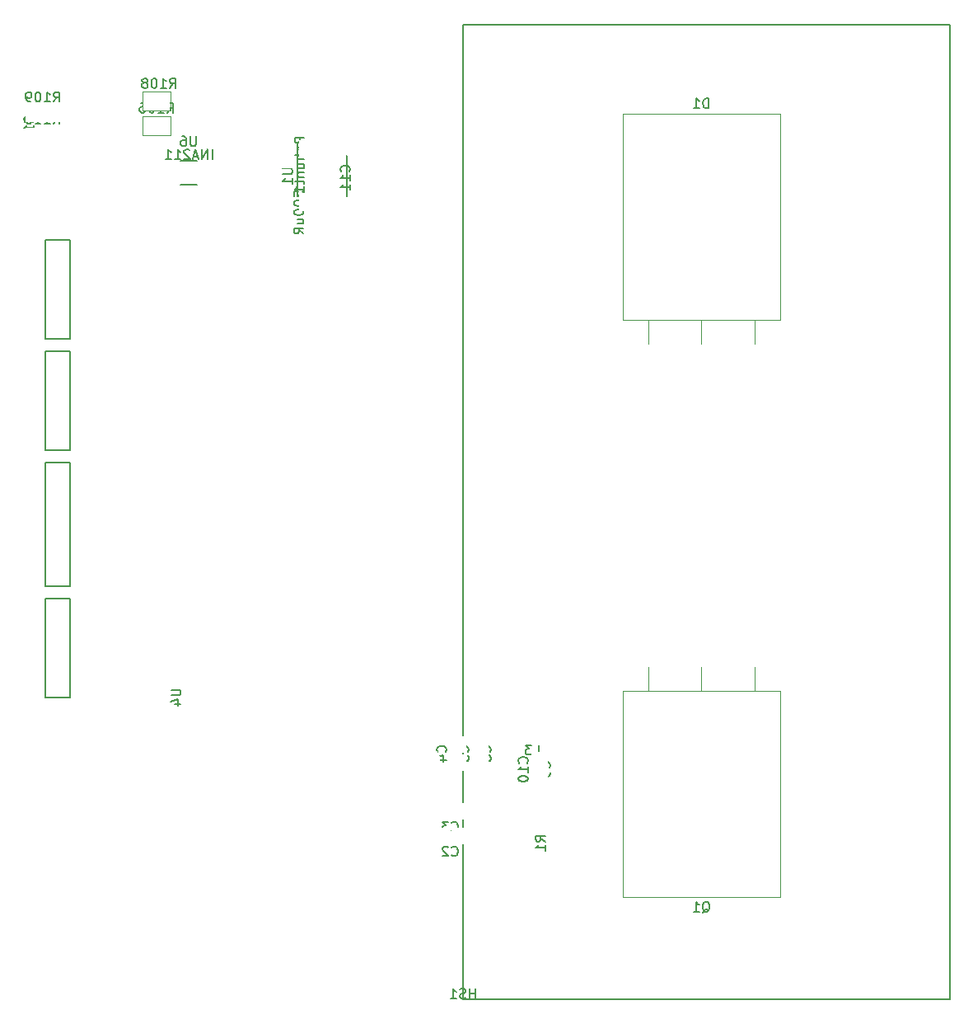
<source format=gbr>
G04 #@! TF.GenerationSoftware,KiCad,Pcbnew,(5.0.0-rc2-dev-586-g888c43477)*
G04 #@! TF.CreationDate,2018-06-03T12:19:04-03:00*
G04 #@! TF.ProjectId,Mcc18,4D636331382E6B696361645F70636200,rev?*
G04 #@! TF.SameCoordinates,Original*
G04 #@! TF.FileFunction,Legend,Bot*
G04 #@! TF.FilePolarity,Positive*
%FSLAX46Y46*%
G04 Gerber Fmt 4.6, Leading zero omitted, Abs format (unit mm)*
G04 Created by KiCad (PCBNEW (5.0.0-rc2-dev-586-g888c43477)) date 06/03/18 12:19:04*
%MOMM*%
%LPD*%
G01*
G04 APERTURE LIST*
%ADD10C,0.150000*%
%ADD11C,0.120000*%
%ADD12C,0.152400*%
%ADD13C,1.924000*%
%ADD14C,4.800000*%
%ADD15R,1.400000X1.900000*%
%ADD16R,1.695000X1.800000*%
%ADD17R,1.800000X1.695000*%
%ADD18R,7.040000X3.332000*%
%ADD19R,1.568400X0.742900*%
%ADD20R,1.000000X1.950000*%
%ADD21O,4.000000X4.000000*%
%ADD22R,2.900000X4.900000*%
%ADD23O,2.900000X4.900000*%
%ADD24C,2.200000*%
%ADD25R,2.200000X2.200000*%
%ADD26C,5.400000*%
%ADD27O,2.400000X1.600000*%
%ADD28O,2.400000X2.305000*%
%ADD29R,2.400000X2.305000*%
%ADD30C,2.600000*%
%ADD31C,2.800000*%
%ADD32C,10.400000*%
%ADD33C,3.400000*%
G04 APERTURE END LIST*
D10*
X106680000Y-98806000D02*
X104140000Y-98806000D01*
X104140000Y-98806000D02*
X104140000Y-86106000D01*
X104140000Y-86106000D02*
X106426000Y-86106000D01*
X106426000Y-86106000D02*
X106680000Y-86106000D01*
X106680000Y-86106000D02*
X106680000Y-98806000D01*
X106680000Y-100076000D02*
X104140000Y-100076000D01*
X104140000Y-100076000D02*
X104140000Y-110236000D01*
X104140000Y-110236000D02*
X106680000Y-110236000D01*
X106680000Y-110236000D02*
X106680000Y-100076000D01*
X106680000Y-84582000D02*
X106680000Y-84836000D01*
X106680000Y-84836000D02*
X104140000Y-84836000D01*
X104140000Y-84836000D02*
X104140000Y-74676000D01*
X104140000Y-74676000D02*
X106680000Y-74676000D01*
X106680000Y-74676000D02*
X106680000Y-84836000D01*
X106680000Y-73406000D02*
X104140000Y-73406000D01*
X104140000Y-73406000D02*
X104140000Y-63246000D01*
X104140000Y-63246000D02*
X106680000Y-63246000D01*
X106680000Y-63246000D02*
X106680000Y-73406000D01*
D11*
X116970000Y-52562000D02*
X116970000Y-50562000D01*
X114170000Y-52562000D02*
X116970000Y-52562000D01*
X114170000Y-50562000D02*
X114170000Y-52562000D01*
X116970000Y-50562000D02*
X114170000Y-50562000D01*
X114170000Y-50022000D02*
X116970000Y-50022000D01*
X116970000Y-50022000D02*
X116970000Y-48022000D01*
X116970000Y-48022000D02*
X114170000Y-48022000D01*
X114170000Y-48022000D02*
X114170000Y-50022000D01*
D12*
X126060200Y-57855900D02*
G75*
G03X126060200Y-57855900I-76200J0D01*
G01*
X118033800Y-55181500D02*
X119710200Y-55181500D01*
X119710200Y-57594500D02*
X118033800Y-57594500D01*
D10*
X130013000Y-54633040D02*
X130063000Y-54633040D01*
X130013000Y-58783040D02*
X130158000Y-58783040D01*
X135163000Y-58783040D02*
X135018000Y-58783040D01*
X135163000Y-54633040D02*
X135018000Y-54633040D01*
X130013000Y-54633040D02*
X130013000Y-58783040D01*
X135163000Y-54633040D02*
X135163000Y-58783040D01*
X130063000Y-54633040D02*
X130063000Y-53233040D01*
X147066000Y-41224000D02*
X197066000Y-41224000D01*
X197066000Y-141224000D02*
X197066000Y-41224000D01*
X147066000Y-141224000D02*
X197066000Y-141224000D01*
X147066000Y-141224000D02*
X147066000Y-41224000D01*
D11*
X179636000Y-109608000D02*
X163496000Y-109608000D01*
X179636000Y-130798000D02*
X163496000Y-130798000D01*
X179636000Y-109608000D02*
X179636000Y-130798000D01*
X163496000Y-109608000D02*
X163496000Y-130798000D01*
X177016000Y-107048000D02*
X177016000Y-109608000D01*
X171566000Y-107048000D02*
X171566000Y-109608000D01*
X166116000Y-107048000D02*
X166116000Y-109608000D01*
X177016000Y-74054000D02*
X177016000Y-71494000D01*
X171566000Y-74054000D02*
X171566000Y-71494000D01*
X166116000Y-74054000D02*
X166116000Y-71494000D01*
X179636000Y-71494000D02*
X179636000Y-50304000D01*
X163496000Y-71494000D02*
X163496000Y-50304000D01*
X163496000Y-50304000D02*
X179636000Y-50304000D01*
X163496000Y-71494000D02*
X179636000Y-71494000D01*
D10*
X117062380Y-109474095D02*
X117871904Y-109474095D01*
X117967142Y-109521714D01*
X118014761Y-109569333D01*
X118062380Y-109664571D01*
X118062380Y-109855047D01*
X118014761Y-109950285D01*
X117967142Y-109997904D01*
X117871904Y-110045523D01*
X117062380Y-110045523D01*
X117395714Y-110950285D02*
X118062380Y-110950285D01*
X117014761Y-110712190D02*
X117729047Y-110474095D01*
X117729047Y-111093142D01*
X116689047Y-50214380D02*
X117022380Y-49738190D01*
X117260476Y-50214380D02*
X117260476Y-49214380D01*
X116879523Y-49214380D01*
X116784285Y-49262000D01*
X116736666Y-49309619D01*
X116689047Y-49404857D01*
X116689047Y-49547714D01*
X116736666Y-49642952D01*
X116784285Y-49690571D01*
X116879523Y-49738190D01*
X117260476Y-49738190D01*
X115736666Y-50214380D02*
X116308095Y-50214380D01*
X116022380Y-50214380D02*
X116022380Y-49214380D01*
X116117619Y-49357238D01*
X116212857Y-49452476D01*
X116308095Y-49500095D01*
X115117619Y-49214380D02*
X115022380Y-49214380D01*
X114927142Y-49262000D01*
X114879523Y-49309619D01*
X114831904Y-49404857D01*
X114784285Y-49595333D01*
X114784285Y-49833428D01*
X114831904Y-50023904D01*
X114879523Y-50119142D01*
X114927142Y-50166761D01*
X115022380Y-50214380D01*
X115117619Y-50214380D01*
X115212857Y-50166761D01*
X115260476Y-50119142D01*
X115308095Y-50023904D01*
X115355714Y-49833428D01*
X115355714Y-49595333D01*
X115308095Y-49404857D01*
X115260476Y-49309619D01*
X115212857Y-49262000D01*
X115117619Y-49214380D01*
X113927142Y-49214380D02*
X114117619Y-49214380D01*
X114212857Y-49262000D01*
X114260476Y-49309619D01*
X114355714Y-49452476D01*
X114403333Y-49642952D01*
X114403333Y-50023904D01*
X114355714Y-50119142D01*
X114308095Y-50166761D01*
X114212857Y-50214380D01*
X114022380Y-50214380D01*
X113927142Y-50166761D01*
X113879523Y-50119142D01*
X113831904Y-50023904D01*
X113831904Y-49785809D01*
X113879523Y-49690571D01*
X113927142Y-49642952D01*
X114022380Y-49595333D01*
X114212857Y-49595333D01*
X114308095Y-49642952D01*
X114355714Y-49690571D01*
X114403333Y-49785809D01*
X116943047Y-47696380D02*
X117276380Y-47220190D01*
X117514476Y-47696380D02*
X117514476Y-46696380D01*
X117133523Y-46696380D01*
X117038285Y-46744000D01*
X116990666Y-46791619D01*
X116943047Y-46886857D01*
X116943047Y-47029714D01*
X116990666Y-47124952D01*
X117038285Y-47172571D01*
X117133523Y-47220190D01*
X117514476Y-47220190D01*
X115990666Y-47696380D02*
X116562095Y-47696380D01*
X116276380Y-47696380D02*
X116276380Y-46696380D01*
X116371619Y-46839238D01*
X116466857Y-46934476D01*
X116562095Y-46982095D01*
X115371619Y-46696380D02*
X115276380Y-46696380D01*
X115181142Y-46744000D01*
X115133523Y-46791619D01*
X115085904Y-46886857D01*
X115038285Y-47077333D01*
X115038285Y-47315428D01*
X115085904Y-47505904D01*
X115133523Y-47601142D01*
X115181142Y-47648761D01*
X115276380Y-47696380D01*
X115371619Y-47696380D01*
X115466857Y-47648761D01*
X115514476Y-47601142D01*
X115562095Y-47505904D01*
X115609714Y-47315428D01*
X115609714Y-47077333D01*
X115562095Y-46886857D01*
X115514476Y-46791619D01*
X115466857Y-46744000D01*
X115371619Y-46696380D01*
X114466857Y-47124952D02*
X114562095Y-47077333D01*
X114609714Y-47029714D01*
X114657333Y-46934476D01*
X114657333Y-46886857D01*
X114609714Y-46791619D01*
X114562095Y-46744000D01*
X114466857Y-46696380D01*
X114276380Y-46696380D01*
X114181142Y-46744000D01*
X114133523Y-46791619D01*
X114085904Y-46886857D01*
X114085904Y-46934476D01*
X114133523Y-47029714D01*
X114181142Y-47077333D01*
X114276380Y-47124952D01*
X114466857Y-47124952D01*
X114562095Y-47172571D01*
X114609714Y-47220190D01*
X114657333Y-47315428D01*
X114657333Y-47505904D01*
X114609714Y-47601142D01*
X114562095Y-47648761D01*
X114466857Y-47696380D01*
X114276380Y-47696380D01*
X114181142Y-47648761D01*
X114133523Y-47601142D01*
X114085904Y-47505904D01*
X114085904Y-47315428D01*
X114133523Y-47220190D01*
X114181142Y-47172571D01*
X114276380Y-47124952D01*
X105005047Y-51380380D02*
X105338380Y-50904190D01*
X105576476Y-51380380D02*
X105576476Y-50380380D01*
X105195523Y-50380380D01*
X105100285Y-50428000D01*
X105052666Y-50475619D01*
X105005047Y-50570857D01*
X105005047Y-50713714D01*
X105052666Y-50808952D01*
X105100285Y-50856571D01*
X105195523Y-50904190D01*
X105576476Y-50904190D01*
X104052666Y-51380380D02*
X104624095Y-51380380D01*
X104338380Y-51380380D02*
X104338380Y-50380380D01*
X104433619Y-50523238D01*
X104528857Y-50618476D01*
X104624095Y-50666095D01*
X103100285Y-51380380D02*
X103671714Y-51380380D01*
X103386000Y-51380380D02*
X103386000Y-50380380D01*
X103481238Y-50523238D01*
X103576476Y-50618476D01*
X103671714Y-50666095D01*
X102481238Y-50380380D02*
X102386000Y-50380380D01*
X102290761Y-50428000D01*
X102243142Y-50475619D01*
X102195523Y-50570857D01*
X102147904Y-50761333D01*
X102147904Y-50999428D01*
X102195523Y-51189904D01*
X102243142Y-51285142D01*
X102290761Y-51332761D01*
X102386000Y-51380380D01*
X102481238Y-51380380D01*
X102576476Y-51332761D01*
X102624095Y-51285142D01*
X102671714Y-51189904D01*
X102719333Y-50999428D01*
X102719333Y-50761333D01*
X102671714Y-50570857D01*
X102624095Y-50475619D01*
X102576476Y-50428000D01*
X102481238Y-50380380D01*
X105005047Y-49094380D02*
X105338380Y-48618190D01*
X105576476Y-49094380D02*
X105576476Y-48094380D01*
X105195523Y-48094380D01*
X105100285Y-48142000D01*
X105052666Y-48189619D01*
X105005047Y-48284857D01*
X105005047Y-48427714D01*
X105052666Y-48522952D01*
X105100285Y-48570571D01*
X105195523Y-48618190D01*
X105576476Y-48618190D01*
X104052666Y-49094380D02*
X104624095Y-49094380D01*
X104338380Y-49094380D02*
X104338380Y-48094380D01*
X104433619Y-48237238D01*
X104528857Y-48332476D01*
X104624095Y-48380095D01*
X103433619Y-48094380D02*
X103338380Y-48094380D01*
X103243142Y-48142000D01*
X103195523Y-48189619D01*
X103147904Y-48284857D01*
X103100285Y-48475333D01*
X103100285Y-48713428D01*
X103147904Y-48903904D01*
X103195523Y-48999142D01*
X103243142Y-49046761D01*
X103338380Y-49094380D01*
X103433619Y-49094380D01*
X103528857Y-49046761D01*
X103576476Y-48999142D01*
X103624095Y-48903904D01*
X103671714Y-48713428D01*
X103671714Y-48475333D01*
X103624095Y-48284857D01*
X103576476Y-48189619D01*
X103528857Y-48142000D01*
X103433619Y-48094380D01*
X102624095Y-49094380D02*
X102433619Y-49094380D01*
X102338380Y-49046761D01*
X102290761Y-48999142D01*
X102195523Y-48856285D01*
X102147904Y-48665809D01*
X102147904Y-48284857D01*
X102195523Y-48189619D01*
X102243142Y-48142000D01*
X102338380Y-48094380D01*
X102528857Y-48094380D01*
X102624095Y-48142000D01*
X102671714Y-48189619D01*
X102719333Y-48284857D01*
X102719333Y-48522952D01*
X102671714Y-48618190D01*
X102624095Y-48665809D01*
X102528857Y-48713428D01*
X102338380Y-48713428D01*
X102243142Y-48665809D01*
X102195523Y-48618190D01*
X102147904Y-48522952D01*
X135359142Y-56253142D02*
X135406761Y-56205523D01*
X135454380Y-56062666D01*
X135454380Y-55967428D01*
X135406761Y-55824571D01*
X135311523Y-55729333D01*
X135216285Y-55681714D01*
X135025809Y-55634095D01*
X134882952Y-55634095D01*
X134692476Y-55681714D01*
X134597238Y-55729333D01*
X134502000Y-55824571D01*
X134454380Y-55967428D01*
X134454380Y-56062666D01*
X134502000Y-56205523D01*
X134549619Y-56253142D01*
X135454380Y-57205523D02*
X135454380Y-56634095D01*
X135454380Y-56919809D02*
X134454380Y-56919809D01*
X134597238Y-56824571D01*
X134692476Y-56729333D01*
X134740095Y-56634095D01*
X135454380Y-58157904D02*
X135454380Y-57586476D01*
X135454380Y-57872190D02*
X134454380Y-57872190D01*
X134597238Y-57776952D01*
X134692476Y-57681714D01*
X134740095Y-57586476D01*
X102845142Y-51141333D02*
X102892761Y-51093714D01*
X102940380Y-50950857D01*
X102940380Y-50855619D01*
X102892761Y-50712761D01*
X102797523Y-50617523D01*
X102702285Y-50569904D01*
X102511809Y-50522285D01*
X102368952Y-50522285D01*
X102178476Y-50569904D01*
X102083238Y-50617523D01*
X101988000Y-50712761D01*
X101940380Y-50855619D01*
X101940380Y-50950857D01*
X101988000Y-51093714D01*
X102035619Y-51141333D01*
X102940380Y-52093714D02*
X102940380Y-51522285D01*
X102940380Y-51808000D02*
X101940380Y-51808000D01*
X102083238Y-51712761D01*
X102178476Y-51617523D01*
X102226095Y-51522285D01*
X130754380Y-53335514D02*
X130278190Y-53002180D01*
X130754380Y-52764085D02*
X129754380Y-52764085D01*
X129754380Y-53145038D01*
X129802000Y-53240276D01*
X129849619Y-53287895D01*
X129944857Y-53335514D01*
X130087714Y-53335514D01*
X130182952Y-53287895D01*
X130230571Y-53240276D01*
X130278190Y-53145038D01*
X130278190Y-52764085D01*
X130706761Y-53716466D02*
X130754380Y-53811704D01*
X130754380Y-54002180D01*
X130706761Y-54097419D01*
X130611523Y-54145038D01*
X130563904Y-54145038D01*
X130468666Y-54097419D01*
X130421047Y-54002180D01*
X130421047Y-53859323D01*
X130373428Y-53764085D01*
X130278190Y-53716466D01*
X130230571Y-53716466D01*
X130135333Y-53764085D01*
X130087714Y-53859323D01*
X130087714Y-54002180D01*
X130135333Y-54097419D01*
X130754380Y-54573609D02*
X129754380Y-54573609D01*
X130754380Y-55002180D02*
X130230571Y-55002180D01*
X130135333Y-54954561D01*
X130087714Y-54859323D01*
X130087714Y-54716466D01*
X130135333Y-54621228D01*
X130182952Y-54573609D01*
X130087714Y-55906942D02*
X130754380Y-55906942D01*
X130087714Y-55478371D02*
X130611523Y-55478371D01*
X130706761Y-55525990D01*
X130754380Y-55621228D01*
X130754380Y-55764085D01*
X130706761Y-55859323D01*
X130659142Y-55906942D01*
X130087714Y-56383133D02*
X130754380Y-56383133D01*
X130182952Y-56383133D02*
X130135333Y-56430752D01*
X130087714Y-56525990D01*
X130087714Y-56668847D01*
X130135333Y-56764085D01*
X130230571Y-56811704D01*
X130754380Y-56811704D01*
X130087714Y-57145038D02*
X130087714Y-57525990D01*
X129754380Y-57287895D02*
X130611523Y-57287895D01*
X130706761Y-57335514D01*
X130754380Y-57430752D01*
X130754380Y-57525990D01*
X130754380Y-58383133D02*
X130754380Y-57811704D01*
X130754380Y-58097419D02*
X129754380Y-58097419D01*
X129897238Y-58002180D01*
X129992476Y-57906942D01*
X130040095Y-57811704D01*
X129678180Y-58785333D02*
X129678180Y-58309142D01*
X130154371Y-58261523D01*
X130106752Y-58309142D01*
X130059133Y-58404380D01*
X130059133Y-58642476D01*
X130106752Y-58737714D01*
X130154371Y-58785333D01*
X130249609Y-58832952D01*
X130487704Y-58832952D01*
X130582942Y-58785333D01*
X130630561Y-58737714D01*
X130678180Y-58642476D01*
X130678180Y-58404380D01*
X130630561Y-58309142D01*
X130582942Y-58261523D01*
X129678180Y-59452000D02*
X129678180Y-59547238D01*
X129725800Y-59642476D01*
X129773419Y-59690095D01*
X129868657Y-59737714D01*
X130059133Y-59785333D01*
X130297228Y-59785333D01*
X130487704Y-59737714D01*
X130582942Y-59690095D01*
X130630561Y-59642476D01*
X130678180Y-59547238D01*
X130678180Y-59452000D01*
X130630561Y-59356761D01*
X130582942Y-59309142D01*
X130487704Y-59261523D01*
X130297228Y-59213904D01*
X130059133Y-59213904D01*
X129868657Y-59261523D01*
X129773419Y-59309142D01*
X129725800Y-59356761D01*
X129678180Y-59452000D01*
X129678180Y-60404380D02*
X129678180Y-60499619D01*
X129725800Y-60594857D01*
X129773419Y-60642476D01*
X129868657Y-60690095D01*
X130059133Y-60737714D01*
X130297228Y-60737714D01*
X130487704Y-60690095D01*
X130582942Y-60642476D01*
X130630561Y-60594857D01*
X130678180Y-60499619D01*
X130678180Y-60404380D01*
X130630561Y-60309142D01*
X130582942Y-60261523D01*
X130487704Y-60213904D01*
X130297228Y-60166285D01*
X130059133Y-60166285D01*
X129868657Y-60213904D01*
X129773419Y-60261523D01*
X129725800Y-60309142D01*
X129678180Y-60404380D01*
X130011514Y-61594857D02*
X130678180Y-61594857D01*
X130011514Y-61166285D02*
X130535323Y-61166285D01*
X130630561Y-61213904D01*
X130678180Y-61309142D01*
X130678180Y-61452000D01*
X130630561Y-61547238D01*
X130582942Y-61594857D01*
X130678180Y-62642476D02*
X130201990Y-62309142D01*
X130678180Y-62071047D02*
X129678180Y-62071047D01*
X129678180Y-62452000D01*
X129725800Y-62547238D01*
X129773419Y-62594857D01*
X129868657Y-62642476D01*
X130011514Y-62642476D01*
X130106752Y-62594857D01*
X130154371Y-62547238D01*
X130201990Y-62452000D01*
X130201990Y-62071047D01*
X119633904Y-52639980D02*
X119633904Y-53449504D01*
X119586285Y-53544742D01*
X119538666Y-53592361D01*
X119443428Y-53639980D01*
X119252952Y-53639980D01*
X119157714Y-53592361D01*
X119110095Y-53544742D01*
X119062476Y-53449504D01*
X119062476Y-52639980D01*
X118157714Y-52639980D02*
X118348190Y-52639980D01*
X118443428Y-52687600D01*
X118491047Y-52735219D01*
X118586285Y-52878076D01*
X118633904Y-53068552D01*
X118633904Y-53449504D01*
X118586285Y-53544742D01*
X118538666Y-53592361D01*
X118443428Y-53639980D01*
X118252952Y-53639980D01*
X118157714Y-53592361D01*
X118110095Y-53544742D01*
X118062476Y-53449504D01*
X118062476Y-53211409D01*
X118110095Y-53116171D01*
X118157714Y-53068552D01*
X118252952Y-53020933D01*
X118443428Y-53020933D01*
X118538666Y-53068552D01*
X118586285Y-53116171D01*
X118633904Y-53211409D01*
X121303752Y-54986180D02*
X121303752Y-53986180D01*
X120827561Y-54986180D02*
X120827561Y-53986180D01*
X120256133Y-54986180D01*
X120256133Y-53986180D01*
X119827561Y-54700466D02*
X119351371Y-54700466D01*
X119922800Y-54986180D02*
X119589466Y-53986180D01*
X119256133Y-54986180D01*
X118970419Y-54081419D02*
X118922800Y-54033800D01*
X118827561Y-53986180D01*
X118589466Y-53986180D01*
X118494228Y-54033800D01*
X118446609Y-54081419D01*
X118398990Y-54176657D01*
X118398990Y-54271895D01*
X118446609Y-54414752D01*
X119018038Y-54986180D01*
X118398990Y-54986180D01*
X117446609Y-54986180D02*
X118018038Y-54986180D01*
X117732323Y-54986180D02*
X117732323Y-53986180D01*
X117827561Y-54129038D01*
X117922800Y-54224276D01*
X118018038Y-54271895D01*
X116494228Y-54986180D02*
X117065657Y-54986180D01*
X116779942Y-54986180D02*
X116779942Y-53986180D01*
X116875180Y-54129038D01*
X116970419Y-54224276D01*
X117065657Y-54271895D01*
X128540380Y-55946135D02*
X129349904Y-55946135D01*
X129445142Y-55993754D01*
X129492761Y-56041373D01*
X129540380Y-56136611D01*
X129540380Y-56327087D01*
X129492761Y-56422325D01*
X129445142Y-56469944D01*
X129349904Y-56517563D01*
X128540380Y-56517563D01*
X129540380Y-57517563D02*
X129540380Y-56946135D01*
X129540380Y-57231849D02*
X128540380Y-57231849D01*
X128683238Y-57136611D01*
X128778476Y-57041373D01*
X128826095Y-56946135D01*
X148304095Y-141176380D02*
X148304095Y-140176380D01*
X148304095Y-140652571D02*
X147732666Y-140652571D01*
X147732666Y-141176380D02*
X147732666Y-140176380D01*
X147304095Y-141128761D02*
X147161238Y-141176380D01*
X146923142Y-141176380D01*
X146827904Y-141128761D01*
X146780285Y-141081142D01*
X146732666Y-140985904D01*
X146732666Y-140890666D01*
X146780285Y-140795428D01*
X146827904Y-140747809D01*
X146923142Y-140700190D01*
X147113619Y-140652571D01*
X147208857Y-140604952D01*
X147256476Y-140557333D01*
X147304095Y-140462095D01*
X147304095Y-140366857D01*
X147256476Y-140271619D01*
X147208857Y-140224000D01*
X147113619Y-140176380D01*
X146875523Y-140176380D01*
X146732666Y-140224000D01*
X145780285Y-141176380D02*
X146351714Y-141176380D01*
X146066000Y-141176380D02*
X146066000Y-140176380D01*
X146161238Y-140319238D01*
X146256476Y-140414476D01*
X146351714Y-140462095D01*
X171661238Y-132345619D02*
X171756476Y-132298000D01*
X171851714Y-132202761D01*
X171994571Y-132059904D01*
X172089809Y-132012285D01*
X172185047Y-132012285D01*
X172137428Y-132250380D02*
X172232666Y-132202761D01*
X172327904Y-132107523D01*
X172375523Y-131917047D01*
X172375523Y-131583714D01*
X172327904Y-131393238D01*
X172232666Y-131298000D01*
X172137428Y-131250380D01*
X171946952Y-131250380D01*
X171851714Y-131298000D01*
X171756476Y-131393238D01*
X171708857Y-131583714D01*
X171708857Y-131917047D01*
X171756476Y-132107523D01*
X171851714Y-132202761D01*
X171946952Y-132250380D01*
X172137428Y-132250380D01*
X170756476Y-132250380D02*
X171327904Y-132250380D01*
X171042190Y-132250380D02*
X171042190Y-131250380D01*
X171137428Y-131393238D01*
X171232666Y-131488476D01*
X171327904Y-131536095D01*
X172304095Y-49756380D02*
X172304095Y-48756380D01*
X172066000Y-48756380D01*
X171923142Y-48804000D01*
X171827904Y-48899238D01*
X171780285Y-48994476D01*
X171732666Y-49184952D01*
X171732666Y-49327809D01*
X171780285Y-49518285D01*
X171827904Y-49613523D01*
X171923142Y-49708761D01*
X172066000Y-49756380D01*
X172304095Y-49756380D01*
X170780285Y-49756380D02*
X171351714Y-49756380D01*
X171066000Y-49756380D02*
X171066000Y-48756380D01*
X171161238Y-48899238D01*
X171256476Y-48994476D01*
X171351714Y-49042095D01*
X145265142Y-115862833D02*
X145312761Y-115815214D01*
X145360380Y-115672357D01*
X145360380Y-115577119D01*
X145312761Y-115434261D01*
X145217523Y-115339023D01*
X145122285Y-115291404D01*
X144931809Y-115243785D01*
X144788952Y-115243785D01*
X144598476Y-115291404D01*
X144503238Y-115339023D01*
X144408000Y-115434261D01*
X144360380Y-115577119D01*
X144360380Y-115672357D01*
X144408000Y-115815214D01*
X144455619Y-115862833D01*
X144693714Y-116719976D02*
X145360380Y-116719976D01*
X144312761Y-116481880D02*
X145027047Y-116243785D01*
X145027047Y-116862833D01*
X154344666Y-116148380D02*
X154820857Y-116148380D01*
X154820857Y-115148380D01*
X154106571Y-115148380D02*
X153487523Y-115148380D01*
X153820857Y-115529333D01*
X153678000Y-115529333D01*
X153582761Y-115576952D01*
X153535142Y-115624571D01*
X153487523Y-115719809D01*
X153487523Y-115957904D01*
X153535142Y-116053142D01*
X153582761Y-116100761D01*
X153678000Y-116148380D01*
X153963714Y-116148380D01*
X154058952Y-116100761D01*
X154106571Y-116053142D01*
X147551142Y-115862833D02*
X147598761Y-115815214D01*
X147646380Y-115672357D01*
X147646380Y-115577119D01*
X147598761Y-115434261D01*
X147503523Y-115339023D01*
X147408285Y-115291404D01*
X147217809Y-115243785D01*
X147074952Y-115243785D01*
X146884476Y-115291404D01*
X146789238Y-115339023D01*
X146694000Y-115434261D01*
X146646380Y-115577119D01*
X146646380Y-115672357D01*
X146694000Y-115815214D01*
X146741619Y-115862833D01*
X146646380Y-116767595D02*
X146646380Y-116291404D01*
X147122571Y-116243785D01*
X147074952Y-116291404D01*
X147027333Y-116386642D01*
X147027333Y-116624738D01*
X147074952Y-116719976D01*
X147122571Y-116767595D01*
X147217809Y-116815214D01*
X147455904Y-116815214D01*
X147551142Y-116767595D01*
X147598761Y-116719976D01*
X147646380Y-116624738D01*
X147646380Y-116386642D01*
X147598761Y-116291404D01*
X147551142Y-116243785D01*
X145914166Y-126467142D02*
X145961785Y-126514761D01*
X146104642Y-126562380D01*
X146199880Y-126562380D01*
X146342738Y-126514761D01*
X146437976Y-126419523D01*
X146485595Y-126324285D01*
X146533214Y-126133809D01*
X146533214Y-125990952D01*
X146485595Y-125800476D01*
X146437976Y-125705238D01*
X146342738Y-125610000D01*
X146199880Y-125562380D01*
X146104642Y-125562380D01*
X145961785Y-125610000D01*
X145914166Y-125657619D01*
X145533214Y-125657619D02*
X145485595Y-125610000D01*
X145390357Y-125562380D01*
X145152261Y-125562380D01*
X145057023Y-125610000D01*
X145009404Y-125657619D01*
X144961785Y-125752857D01*
X144961785Y-125848095D01*
X145009404Y-125990952D01*
X145580833Y-126562380D01*
X144961785Y-126562380D01*
X153647142Y-117007642D02*
X153694761Y-116960023D01*
X153742380Y-116817166D01*
X153742380Y-116721928D01*
X153694761Y-116579071D01*
X153599523Y-116483833D01*
X153504285Y-116436214D01*
X153313809Y-116388595D01*
X153170952Y-116388595D01*
X152980476Y-116436214D01*
X152885238Y-116483833D01*
X152790000Y-116579071D01*
X152742380Y-116721928D01*
X152742380Y-116817166D01*
X152790000Y-116960023D01*
X152837619Y-117007642D01*
X153742380Y-117960023D02*
X153742380Y-117388595D01*
X153742380Y-117674309D02*
X152742380Y-117674309D01*
X152885238Y-117579071D01*
X152980476Y-117483833D01*
X153028095Y-117388595D01*
X152742380Y-118579071D02*
X152742380Y-118674309D01*
X152790000Y-118769547D01*
X152837619Y-118817166D01*
X152932857Y-118864785D01*
X153123333Y-118912404D01*
X153361428Y-118912404D01*
X153551904Y-118864785D01*
X153647142Y-118817166D01*
X153694761Y-118769547D01*
X153742380Y-118674309D01*
X153742380Y-118579071D01*
X153694761Y-118483833D01*
X153647142Y-118436214D01*
X153551904Y-118388595D01*
X153361428Y-118340976D01*
X153123333Y-118340976D01*
X152932857Y-118388595D01*
X152837619Y-118436214D01*
X152790000Y-118483833D01*
X152742380Y-118579071D01*
X149837142Y-115862833D02*
X149884761Y-115815214D01*
X149932380Y-115672357D01*
X149932380Y-115577119D01*
X149884761Y-115434261D01*
X149789523Y-115339023D01*
X149694285Y-115291404D01*
X149503809Y-115243785D01*
X149360952Y-115243785D01*
X149170476Y-115291404D01*
X149075238Y-115339023D01*
X148980000Y-115434261D01*
X148932380Y-115577119D01*
X148932380Y-115672357D01*
X148980000Y-115815214D01*
X149027619Y-115862833D01*
X149360952Y-116434261D02*
X149313333Y-116339023D01*
X149265714Y-116291404D01*
X149170476Y-116243785D01*
X149122857Y-116243785D01*
X149027619Y-116291404D01*
X148980000Y-116339023D01*
X148932380Y-116434261D01*
X148932380Y-116624738D01*
X148980000Y-116719976D01*
X149027619Y-116767595D01*
X149122857Y-116815214D01*
X149170476Y-116815214D01*
X149265714Y-116767595D01*
X149313333Y-116719976D01*
X149360952Y-116624738D01*
X149360952Y-116434261D01*
X149408571Y-116339023D01*
X149456190Y-116291404D01*
X149551428Y-116243785D01*
X149741904Y-116243785D01*
X149837142Y-116291404D01*
X149884761Y-116339023D01*
X149932380Y-116434261D01*
X149932380Y-116624738D01*
X149884761Y-116719976D01*
X149837142Y-116767595D01*
X149741904Y-116815214D01*
X149551428Y-116815214D01*
X149456190Y-116767595D01*
X149408571Y-116719976D01*
X149360952Y-116624738D01*
X155933142Y-117483833D02*
X155980761Y-117436214D01*
X156028380Y-117293357D01*
X156028380Y-117198119D01*
X155980761Y-117055261D01*
X155885523Y-116960023D01*
X155790285Y-116912404D01*
X155599809Y-116864785D01*
X155456952Y-116864785D01*
X155266476Y-116912404D01*
X155171238Y-116960023D01*
X155076000Y-117055261D01*
X155028380Y-117198119D01*
X155028380Y-117293357D01*
X155076000Y-117436214D01*
X155123619Y-117483833D01*
X156028380Y-117960023D02*
X156028380Y-118150500D01*
X155980761Y-118245738D01*
X155933142Y-118293357D01*
X155790285Y-118388595D01*
X155599809Y-118436214D01*
X155218857Y-118436214D01*
X155123619Y-118388595D01*
X155076000Y-118340976D01*
X155028380Y-118245738D01*
X155028380Y-118055261D01*
X155076000Y-117960023D01*
X155123619Y-117912404D01*
X155218857Y-117864785D01*
X155456952Y-117864785D01*
X155552190Y-117912404D01*
X155599809Y-117960023D01*
X155647428Y-118055261D01*
X155647428Y-118245738D01*
X155599809Y-118340976D01*
X155552190Y-118388595D01*
X155456952Y-118436214D01*
X145914166Y-123927142D02*
X145961785Y-123974761D01*
X146104642Y-124022380D01*
X146199880Y-124022380D01*
X146342738Y-123974761D01*
X146437976Y-123879523D01*
X146485595Y-123784285D01*
X146533214Y-123593809D01*
X146533214Y-123450952D01*
X146485595Y-123260476D01*
X146437976Y-123165238D01*
X146342738Y-123070000D01*
X146199880Y-123022380D01*
X146104642Y-123022380D01*
X145961785Y-123070000D01*
X145914166Y-123117619D01*
X145580833Y-123022380D02*
X144961785Y-123022380D01*
X145295119Y-123403333D01*
X145152261Y-123403333D01*
X145057023Y-123450952D01*
X145009404Y-123498571D01*
X144961785Y-123593809D01*
X144961785Y-123831904D01*
X145009404Y-123927142D01*
X145057023Y-123974761D01*
X145152261Y-124022380D01*
X145437976Y-124022380D01*
X145533214Y-123974761D01*
X145580833Y-123927142D01*
X155520380Y-125055333D02*
X155044190Y-124722000D01*
X155520380Y-124483904D02*
X154520380Y-124483904D01*
X154520380Y-124864857D01*
X154568000Y-124960095D01*
X154615619Y-125007714D01*
X154710857Y-125055333D01*
X154853714Y-125055333D01*
X154948952Y-125007714D01*
X154996571Y-124960095D01*
X155044190Y-124864857D01*
X155044190Y-124483904D01*
X155520380Y-126007714D02*
X155520380Y-125436285D01*
X155520380Y-125722000D02*
X154520380Y-125722000D01*
X154663238Y-125626761D01*
X154758476Y-125531523D01*
X154806095Y-125436285D01*
%LPC*%
D13*
X105410000Y-67056000D03*
X105410000Y-69596000D03*
X105410000Y-72136000D03*
X105410000Y-75946000D03*
X105410000Y-78486000D03*
X105410000Y-81026000D03*
X105410000Y-83566000D03*
X105410000Y-87376000D03*
X105410000Y-89916000D03*
X105410000Y-92456000D03*
X105410000Y-94996000D03*
X105410000Y-97536000D03*
X105410000Y-101346000D03*
X105410000Y-103886000D03*
X105410000Y-106426000D03*
X105410000Y-108966000D03*
X105410000Y-64516000D03*
D14*
X85267800Y-90932000D03*
D15*
X114920000Y-51562000D03*
X116220000Y-51562000D03*
X114920000Y-49022000D03*
X116220000Y-49022000D03*
D16*
X104853500Y-52578000D03*
X102918500Y-52578000D03*
X104853500Y-50292000D03*
X102918500Y-50292000D03*
D17*
X136652000Y-57863500D03*
X136652000Y-55928500D03*
X100838000Y-50340500D03*
X100838000Y-52275500D03*
D18*
X125984000Y-54351000D03*
X125984000Y-58933000D03*
D19*
X117894100Y-55738001D03*
X117894100Y-56388000D03*
X117894100Y-57037999D03*
X119849900Y-57037999D03*
X119849900Y-56388000D03*
X119849900Y-55738001D03*
D20*
X130683000Y-54008040D03*
X131953000Y-54008040D03*
X133223000Y-54008040D03*
X134493000Y-54008040D03*
X134493000Y-59408040D03*
X133223000Y-59408040D03*
X131953000Y-59408040D03*
X130683000Y-59408040D03*
D21*
X171566000Y-124508000D03*
D22*
X177016000Y-104648000D03*
D23*
X171566000Y-104648000D03*
X166116000Y-104648000D03*
X177016000Y-76454000D03*
X171566000Y-76454000D03*
D22*
X166116000Y-76454000D03*
D21*
X171566000Y-56594000D03*
D24*
X159766000Y-123952000D03*
D25*
X159766000Y-126492000D03*
D24*
X159766000Y-111252000D03*
X159766000Y-121412000D03*
X159766000Y-118872000D03*
X159766000Y-113792000D03*
X159766000Y-116332000D03*
D26*
X124206000Y-100838000D03*
X124206000Y-71755000D03*
X153289000Y-100838000D03*
X153289000Y-71755000D03*
D14*
X62357000Y-114934000D03*
X73025000Y-46355000D03*
X87225274Y-71247000D03*
D27*
X92456000Y-45212000D03*
X92456000Y-47752000D03*
X92456000Y-50292000D03*
X92456000Y-52832000D03*
X92456000Y-55372000D03*
X92456000Y-57912000D03*
X92456000Y-60452000D03*
X92456000Y-62992000D03*
X92456000Y-65532000D03*
X92456000Y-70612000D03*
X92456000Y-73152000D03*
X92456000Y-75692000D03*
X92456000Y-78232000D03*
X92456000Y-80772000D03*
X92456000Y-83312000D03*
X92456000Y-85852000D03*
X92456000Y-88392000D03*
X92456000Y-90932000D03*
X92456000Y-93472000D03*
X92456000Y-96012000D03*
X92456000Y-98552000D03*
X92456000Y-101092000D03*
X92456000Y-103632000D03*
X92456000Y-106172000D03*
X92456000Y-108712000D03*
X92456000Y-111252000D03*
X92456000Y-113792000D03*
X92456000Y-116332000D03*
X92456000Y-118872000D03*
X92456000Y-125222000D03*
X92456000Y-127762000D03*
X92456000Y-130302000D03*
X92456000Y-132842000D03*
X92456000Y-135382000D03*
X92456000Y-137922000D03*
X92456000Y-140462000D03*
X92456000Y-143002000D03*
D17*
X146558000Y-115062000D03*
X146558000Y-116997000D03*
D28*
X143510000Y-114046000D03*
X143510000Y-116586000D03*
D29*
X143510000Y-119126000D03*
D30*
X220218000Y-74182000D03*
X220218000Y-59182000D03*
X230378000Y-74182000D03*
X230378000Y-59182000D03*
X210058000Y-74182000D03*
X210058000Y-59182000D03*
D16*
X155145500Y-114046000D03*
X153210500Y-114046000D03*
D17*
X148844000Y-116997000D03*
X148844000Y-115062000D03*
D16*
X144780000Y-124460000D03*
X146715000Y-124460000D03*
D17*
X154940000Y-118618000D03*
X154940000Y-116683000D03*
X151130000Y-115062000D03*
X151130000Y-116997000D03*
X157226000Y-118618000D03*
X157226000Y-116683000D03*
D16*
X146715000Y-121920000D03*
X144780000Y-121920000D03*
D31*
X214630000Y-107628000D03*
X214630000Y-135128000D03*
X227330000Y-104648000D03*
X227330000Y-77148000D03*
X214630000Y-77148000D03*
X214630000Y-104648000D03*
X201930000Y-104648000D03*
X201930000Y-77148000D03*
X227330000Y-107628000D03*
X227330000Y-135128000D03*
X189230000Y-104648000D03*
X189230000Y-77148000D03*
X201930000Y-107628000D03*
X201930000Y-135128000D03*
D32*
X240202000Y-129972000D03*
X240202000Y-104972000D03*
X240202000Y-79972000D03*
X240202000Y-54972000D03*
D33*
X233273600Y-47371000D03*
X210820000Y-47371000D03*
D17*
X156718000Y-126189500D03*
X156718000Y-124254500D03*
M02*

</source>
